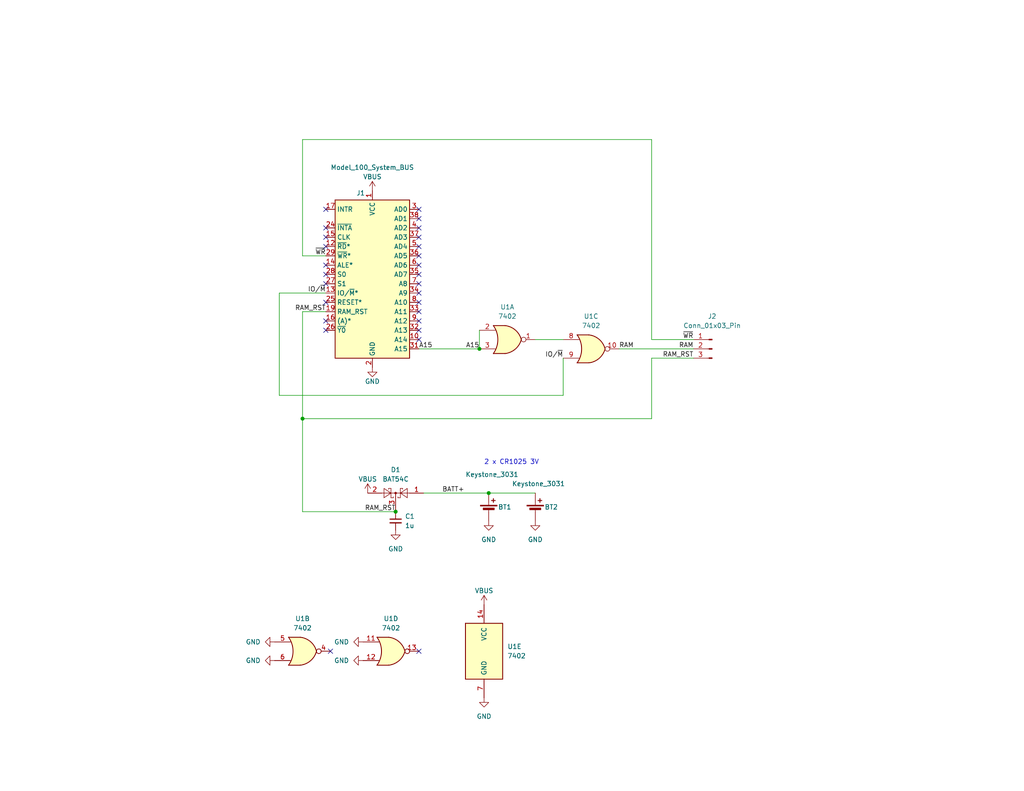
<source format=kicad_sch>
(kicad_sch (version 20230121) (generator eeschema)
  (paper "USLetter")
  (title_block (title "REXCPM UPS") (date "2023-09-01") (rev "001") (company "Brian K. White - b.kenyon.w@gmail.com") (comment 1 "Replacement REXCPM system bus interface with memory battery"))
  (lib_symbols
    (symbol "000_LOCAL:7402" (pin_names (offset 1.016))
      (property "Reference" "U" (at 0 1.27 0))
      (property "Value" "7402" (at 0 -1.27 0))
      (symbol "7402_1_1"
        (arc (start -3.81 -3.81) (mid -2.589 0) (end -3.81 3.81) (stroke (width 0.254)))
        (arc (start -0.6096 -3.81) (mid 2.1842 -2.5851) (end 3.81 0) (stroke (width 0.254)) (fill (type background)))
        (polyline (pts (xy -3.81 -3.81) (xy -0.635 -3.81)) (stroke (width 0.254)) (fill (type background)))
        (polyline (pts (xy -3.81 3.81) (xy -0.635 3.81)) (stroke (width 0.254)) (fill (type background)))
        (polyline (pts (xy -0.635 3.81) (xy -3.81 3.81) (xy -3.81 3.81) (xy -3.556 3.4036) (xy -3.0226 2.2606) (xy -2.6924 1.0414) (xy -2.6162 -0.254) (xy -2.7686 -1.4986) (xy -3.175 -2.7178) (xy -3.81 -3.81) (xy -3.81 -3.81) (xy -0.635 -3.81)) (stroke (width -25.4)) (fill (type background)))
        (arc (start 3.81 0) (mid 2.1915 2.5936) (end -0.6096 3.81) (stroke (width 0.254)) (fill (type background)))
        (pin output inverted (at 7.62 0 180) (length 3.81) (name "~") (number "1"))
        (pin input line (at -7.62 2.54 0) (length 4.318) (name "~") (number "2"))
        (pin input line (at -7.62 -2.54 0) (length 4.318) (name "~") (number "3"))
      )
      (symbol "7402_1_2"
        (arc (start 0 -3.81) (mid 3.7934 0) (end 0 3.81) (stroke (width 0.254)) (fill (type background)))
        (polyline (pts (xy 0 3.81) (xy -3.81 3.81) (xy -3.81 -3.81) (xy 0 -3.81)) (stroke (width 0.254)) (fill (type background)))
        (pin output line (at 7.62 0 180) (length 3.81) (name "~") (number "1"))
        (pin input inverted (at -7.62 2.54 0) (length 3.81) (name "~") (number "2"))
        (pin input inverted (at -7.62 -2.54 0) (length 3.81) (name "~") (number "3"))
      )
      (symbol "7402_2_1"
        (arc (start -3.81 -3.81) (mid -2.589 0) (end -3.81 3.81) (stroke (width 0.254)))
        (arc (start -0.6096 -3.81) (mid 2.1842 -2.5851) (end 3.81 0) (stroke (width 0.254)) (fill (type background)))
        (polyline (pts (xy -3.81 -3.81) (xy -0.635 -3.81)) (stroke (width 0.254)) (fill (type background)))
        (polyline (pts (xy -3.81 3.81) (xy -0.635 3.81)) (stroke (width 0.254)) (fill (type background)))
        (polyline (pts (xy -0.635 3.81) (xy -3.81 3.81) (xy -3.81 3.81) (xy -3.556 3.4036) (xy -3.0226 2.2606) (xy -2.6924 1.0414) (xy -2.6162 -0.254) (xy -2.7686 -1.4986) (xy -3.175 -2.7178) (xy -3.81 -3.81) (xy -3.81 -3.81) (xy -0.635 -3.81)) (stroke (width -25.4)) (fill (type background)))
        (arc (start 3.81 0) (mid 2.1915 2.5936) (end -0.6096 3.81) (stroke (width 0.254)) (fill (type background)))
        (pin output inverted (at 7.62 0 180) (length 3.81) (name "~") (number "4"))
        (pin input line (at -7.62 2.54 0) (length 4.318) (name "~") (number "5"))
        (pin input line (at -7.62 -2.54 0) (length 4.318) (name "~") (number "6"))
      )
      (symbol "7402_2_2"
        (arc (start 0 -3.81) (mid 3.7934 0) (end 0 3.81) (stroke (width 0.254)) (fill (type background)))
        (polyline (pts (xy 0 3.81) (xy -3.81 3.81) (xy -3.81 -3.81) (xy 0 -3.81)) (stroke (width 0.254)) (fill (type background)))
        (pin output line (at 7.62 0 180) (length 3.81) (name "~") (number "4"))
        (pin input inverted (at -7.62 2.54 0) (length 3.81) (name "~") (number "5"))
        (pin input inverted (at -7.62 -2.54 0) (length 3.81) (name "~") (number "6"))
      )
      (symbol "7402_3_1"
        (arc (start -3.81 -3.81) (mid -2.589 0) (end -3.81 3.81) (stroke (width 0.254)))
        (arc (start -0.6096 -3.81) (mid 2.1842 -2.5851) (end 3.81 0) (stroke (width 0.254)) (fill (type background)))
        (polyline (pts (xy -3.81 -3.81) (xy -0.635 -3.81)) (stroke (width 0.254)) (fill (type background)))
        (polyline (pts (xy -3.81 3.81) (xy -0.635 3.81)) (stroke (width 0.254)) (fill (type background)))
        (polyline (pts (xy -0.635 3.81) (xy -3.81 3.81) (xy -3.81 3.81) (xy -3.556 3.4036) (xy -3.0226 2.2606) (xy -2.6924 1.0414) (xy -2.6162 -0.254) (xy -2.7686 -1.4986) (xy -3.175 -2.7178) (xy -3.81 -3.81) (xy -3.81 -3.81) (xy -0.635 -3.81)) (stroke (width -25.4)) (fill (type background)))
        (arc (start 3.81 0) (mid 2.1915 2.5936) (end -0.6096 3.81) (stroke (width 0.254)) (fill (type background)))
        (pin output inverted (at 7.62 0 180) (length 3.81) (name "~") (number "10"))
        (pin input line (at -7.62 2.54 0) (length 4.318) (name "~") (number "8"))
        (pin input line (at -7.62 -2.54 0) (length 4.318) (name "~") (number "9"))
      )
      (symbol "7402_3_2"
        (arc (start 0 -3.81) (mid 3.7934 0) (end 0 3.81) (stroke (width 0.254)) (fill (type background)))
        (polyline (pts (xy 0 3.81) (xy -3.81 3.81) (xy -3.81 -3.81) (xy 0 -3.81)) (stroke (width 0.254)) (fill (type background)))
        (pin output line (at 7.62 0 180) (length 3.81) (name "~") (number "10"))
        (pin input inverted (at -7.62 2.54 0) (length 3.81) (name "~") (number "8"))
        (pin input inverted (at -7.62 -2.54 0) (length 3.81) (name "~") (number "9"))
      )
      (symbol "7402_4_1"
        (arc (start -3.81 -3.81) (mid -2.589 0) (end -3.81 3.81) (stroke (width 0.254)))
        (arc (start -0.6096 -3.81) (mid 2.1842 -2.5851) (end 3.81 0) (stroke (width 0.254)) (fill (type background)))
        (polyline (pts (xy -3.81 -3.81) (xy -0.635 -3.81)) (stroke (width 0.254)) (fill (type background)))
        (polyline (pts (xy -3.81 3.81) (xy -0.635 3.81)) (stroke (width 0.254)) (fill (type background)))
        (polyline (pts (xy -0.635 3.81) (xy -3.81 3.81) (xy -3.81 3.81) (xy -3.556 3.4036) (xy -3.0226 2.2606) (xy -2.6924 1.0414) (xy -2.6162 -0.254) (xy -2.7686 -1.4986) (xy -3.175 -2.7178) (xy -3.81 -3.81) (xy -3.81 -3.81) (xy -0.635 -3.81)) (stroke (width -25.4)) (fill (type background)))
        (arc (start 3.81 0) (mid 2.1915 2.5936) (end -0.6096 3.81) (stroke (width 0.254)) (fill (type background)))
        (pin input line (at -7.62 2.54 0) (length 4.318) (name "~") (number "11"))
        (pin input line (at -7.62 -2.54 0) (length 4.318) (name "~") (number "12"))
        (pin output inverted (at 7.62 0 180) (length 3.81) (name "~") (number "13"))
      )
      (symbol "7402_4_2"
        (arc (start 0 -3.81) (mid 3.7934 0) (end 0 3.81) (stroke (width 0.254)) (fill (type background)))
        (polyline (pts (xy 0 3.81) (xy -3.81 3.81) (xy -3.81 -3.81) (xy 0 -3.81)) (stroke (width 0.254)) (fill (type background)))
        (pin input inverted (at -7.62 2.54 0) (length 3.81) (name "~") (number "11"))
        (pin input inverted (at -7.62 -2.54 0) (length 3.81) (name "~") (number "12"))
        (pin output line (at 7.62 0 180) (length 3.81) (name "~") (number "13"))
      )
      (symbol "7402_5_0"
        (pin power_in line (at 0 12.7 270) (length 5.08) (name "VCC") (number "14"))
        (pin power_in line (at 0 -12.7 90) (length 5.08) (name "GND") (number "7"))
      )
      (symbol "7402_5_1"
        (rectangle (start -5.08 7.62) (end 5.08 -7.62) (stroke (width 0.254)) (fill (type background)))
      )
    )
    (symbol "000_LOCAL:BAT54C" (pin_names (offset 1.016))
      (property "Reference" "D" (at 0.635 -3.81 0))
      (property "Value" "BAT54C" (at -6.35 3.175 0))
      (symbol "BAT54C_0_1"
        (polyline (pts (xy -1.905 0) (xy 1.905 0)))
        (polyline (pts (xy -1.905 1.27) (xy -1.905 1.016)))
        (polyline (pts (xy -1.27 -1.27) (xy -0.635 -1.27)))
        (polyline (pts (xy -1.27 0) (xy -3.81 0)))
        (polyline (pts (xy -1.27 1.27) (xy -1.905 1.27)))
        (polyline (pts (xy -1.27 1.27) (xy -1.27 -1.27)))
        (polyline (pts (xy -0.635 -1.27) (xy -0.635 -1.016)))
        (polyline (pts (xy 0.635 -1.27) (xy 0.635 -1.016)))
        (polyline (pts (xy 1.27 -1.27) (xy 0.635 -1.27)))
        (polyline (pts (xy 1.27 1.27) (xy 1.27 -1.27)))
        (polyline (pts (xy 1.27 1.27) (xy 1.905 1.27)))
        (polyline (pts (xy 1.905 1.27) (xy 1.905 1.016)))
        (polyline (pts (xy 3.81 0) (xy 1.27 0)))
        (polyline (pts (xy -3.175 -1.27) (xy -3.175 1.27) (xy -1.27 0) (xy -3.175 -1.27)))
        (polyline (pts (xy 3.175 -1.27) (xy 3.175 1.27) (xy 1.27 0) (xy 3.175 -1.27)))
        (circle (center 0 0) (radius 0.254) (fill (type outline)))
      )
      (symbol "BAT54C_1_1"
        (pin passive line (at -7.62 0 0) (length 3.81) (name "~") (number "1"))
        (pin passive line (at 7.62 0 180) (length 3.81) (name "~") (number "2"))
        (pin passive line (at 0 -5.08 90) (length 5.08) (name "~") (number "3"))
      )
    )
    (symbol "000_LOCAL:Battery_Cell" (pin_numbers hide) (pin_names (offset 0) hide)
      (property "Reference" "BT" (at 2.54 2.54 0))
      (property "Value" "Battery_Cell" (at 2.54 0 0))
      (symbol "Battery_Cell_0_1"
        (rectangle (start -2.286 1.778) (end 2.286 1.524) (fill (type outline)))
        (rectangle (start -1.524 1.016) (end 1.524 0.508) (fill (type outline)))
        (polyline (pts (xy 0 0.762) (xy 0 0)))
        (polyline (pts (xy 0 1.778) (xy 0 2.54)))
        (polyline (pts (xy 0.762 3.048) (xy 1.778 3.048)) (stroke (width 0.254)))
        (polyline (pts (xy 1.27 3.556) (xy 1.27 2.54)) (stroke (width 0.254)))
      )
      (symbol "Battery_Cell_1_1"
        (pin passive line (at 0 5.08 270) (length 2.54) (name "+") (number "1"))
        (pin passive line (at 0 -2.54 90) (length 2.54) (name "-") (number "2"))
      )
    )
    (symbol "000_LOCAL:C" (pin_numbers hide) (pin_names (offset 0.254) hide)
      (property "Reference" "C" (at 0.254 1.778 0))
      (property "Value" "C" (at 0.254 -2.032 0))
      (symbol "C_0_1"
        (polyline (pts (xy -1.524 -0.508) (xy 1.524 -0.508)) (stroke (width 0.3302)))
        (polyline (pts (xy -1.524 0.508) (xy 1.524 0.508)) (stroke (width 0.3048)))
      )
      (symbol "C_1_1"
        (pin passive line (at 0 2.54 270) (length 2.032) (name "~") (number "1"))
        (pin passive line (at 0 -2.54 90) (length 2.032) (name "~") (number "2"))
      )
    )
    (symbol "000_LOCAL:Conn_01x03_Pin" (pin_names (offset 1.016) hide)
      (property "Reference" "J" (at 0 5.08 0))
      (property "Value" "Conn_01x03_Pin" (at 0 -5.08 0))
      (symbol "Conn_01x03_Pin_1_1"
        (polyline (pts (xy 1.27 -2.54) (xy 0.8636 -2.54)) (stroke (width 0.1524)))
        (polyline (pts (xy 1.27 0) (xy 0.8636 0)) (stroke (width 0.1524)))
        (polyline (pts (xy 1.27 2.54) (xy 0.8636 2.54)) (stroke (width 0.1524)))
        (rectangle (start 0.8636 -2.413) (end 0 -2.667) (stroke (width 0.1524)) (fill (type outline)))
        (rectangle (start 0.8636 0.127) (end 0 -0.127) (stroke (width 0.1524)) (fill (type outline)))
        (rectangle (start 0.8636 2.667) (end 0 2.413) (stroke (width 0.1524)) (fill (type outline)))
        (pin passive line (at 5.08 2.54 180) (length 3.81) (name "Pin_1") (number "1"))
        (pin passive line (at 5.08 0 180) (length 3.81) (name "Pin_2") (number "2"))
        (pin passive line (at 5.08 -2.54 180) (length 3.81) (name "Pin_3") (number "3"))
      )
    )
    (symbol "000_LOCAL:Model_100_System_BUS"
      (property "Reference" "J" (at -7.62 22.86 0))
      (property "Value" "Model_100_System_BUS" (at 15.621 27.305 0))
      (symbol "Model_100_System_BUS_0_1"
        (rectangle (start -10.16 21.59) (end 10.16 -21.59) (stroke (width 0.254)) (fill (type background)))
      )
      (symbol "Model_100_System_BUS_1_1"
        (pin power_out line (at 0 24.13 270) (length 2.54) (name "VCC") (number "1"))
        (pin output line (at 12.7 -16.51 180) (length 2.54) (name "A14") (number "10"))
        (pin passive line (at 0 -24.13 90) (length 2.54) hide (name "GND") (number "11"))
        (pin output line (at -12.7 8.89 0) (length 2.54) (name "~{RD}*") (number "12"))
        (pin output line (at -12.7 -3.81 0) (length 2.54) (name "IO/~{M}*") (number "13"))
        (pin output line (at -12.7 3.81 0) (length 2.54) (name "ALE*") (number "14"))
        (pin output line (at -12.7 11.43 0) (length 2.54) (name "CLK") (number "15"))
        (pin output line (at -12.7 -11.43 0) (length 2.54) (name "(A)*") (number "16"))
        (pin input line (at -12.7 19.05 0) (length 2.54) (name "INTR") (number "17"))
        (pin passive line (at 0 -24.13 90) (length 2.54) hide (name "GND") (number "18"))
        (pin output line (at -12.7 -8.89 0) (length 2.54) (name "RAM_RST") (number "19"))
        (pin power_out line (at 0 -24.13 90) (length 2.54) (name "GND") (number "2"))
        (pin no_connect line (at -10.16 -17.78 0) (length 2.54) hide (name "NC") (number "20"))
        (pin no_connect line (at -10.16 -19.05 0) (length 2.54) hide (name "NC") (number "21"))
        (pin no_connect line (at -10.16 -20.32 0) (length 2.54) hide (name "NC") (number "22"))
        (pin passive line (at 0 -24.13 90) (length 2.54) hide (name "GND") (number "23"))
        (pin output line (at -12.7 13.97 0) (length 2.54) (name "~{INTA}") (number "24"))
        (pin output line (at -12.7 -6.35 0) (length 2.54) (name "RESET*") (number "25"))
        (pin output line (at -12.7 -13.97 0) (length 2.54) (name "~{Y0}") (number "26"))
        (pin output line (at -12.7 -1.27 0) (length 2.54) (name "S1") (number "27"))
        (pin output line (at -12.7 1.27 0) (length 2.54) (name "S0") (number "28"))
        (pin output line (at -12.7 6.35 0) (length 2.54) (name "~{WR}*") (number "29"))
        (pin bidirectional line (at 12.7 19.05 180) (length 2.54) (name "AD0") (number "3"))
        (pin passive line (at 0 -24.13 90) (length 2.54) hide (name "GND") (number "30"))
        (pin output line (at 12.7 -19.05 180) (length 2.54) (name "A15") (number "31"))
        (pin output line (at 12.7 -13.97 180) (length 2.54) (name "A13") (number "32"))
        (pin output line (at 12.7 -8.89 180) (length 2.54) (name "A11") (number "33"))
        (pin output line (at 12.7 -3.81 180) (length 2.54) (name "A9") (number "34"))
        (pin bidirectional line (at 12.7 1.27 180) (length 2.54) (name "AD7") (number "35"))
        (pin bidirectional line (at 12.7 6.35 180) (length 2.54) (name "AD5") (number "36"))
        (pin bidirectional line (at 12.7 11.43 180) (length 2.54) (name "AD3") (number "37"))
        (pin bidirectional line (at 12.7 16.51 180) (length 2.54) (name "AD1") (number "38"))
        (pin passive line (at 0 -24.13 90) (length 2.54) hide (name "GND") (number "39"))
        (pin bidirectional line (at 12.7 13.97 180) (length 2.54) (name "AD2") (number "4"))
        (pin passive line (at 0 24.13 270) (length 2.54) hide (name "VCC") (number "40"))
        (pin bidirectional line (at 12.7 8.89 180) (length 2.54) (name "AD4") (number "5"))
        (pin bidirectional line (at 12.7 3.81 180) (length 2.54) (name "AD6") (number "6"))
        (pin output line (at 12.7 -1.27 180) (length 2.54) (name "A8") (number "7"))
        (pin output line (at 12.7 -6.35 180) (length 2.54) (name "A10") (number "8"))
        (pin output line (at 12.7 -11.43 180) (length 2.54) (name "A12") (number "9"))
      )
    )
    (symbol "GND_1" (power) (pin_names (offset 0))
      (property "Value" "GND_1" (at 0 -3.81 0))
      (symbol "GND_1_0_1"
        (polyline (pts (xy 0 0) (xy 0 -1.27) (xy 1.27 -1.27) (xy 0 -2.54) (xy -1.27 -1.27) (xy 0 -1.27)))
      )
      (symbol "GND_1_1_1"
        (pin power_in line (at 0 0 270) (length 0) hide (name "GND") (number "1"))
      )
    )
    (symbol "GND_2" (power) (pin_names (offset 0))
      (property "Value" "GND_2" (at 0 -3.81 0))
      (symbol "GND_2_0_1"
        (polyline (pts (xy 0 0) (xy 0 -1.27) (xy 1.27 -1.27) (xy 0 -2.54) (xy -1.27 -1.27) (xy 0 -1.27)))
      )
      (symbol "GND_2_1_1"
        (pin power_in line (at 0 0 270) (length 0) hide (name "GND") (number "1"))
      )
    )
    (symbol "power:GND" (power) (pin_names (offset 0))
      (property "Value" "GND" (at 0 -3.81 0))
      (symbol "GND_0_1"
        (polyline (pts (xy 0 0) (xy 0 -1.27) (xy 1.27 -1.27) (xy 0 -2.54) (xy -1.27 -1.27) (xy 0 -1.27)))
      )
      (symbol "GND_1_1"
        (pin power_in line (at 0 0 270) (length 0) hide (name "GND") (number "1"))
      )
    )
    (symbol "power:VBUS" (power) (pin_names (offset 0))
      (property "Value" "VBUS" (at 0 3.81 0))
      (symbol "VBUS_0_1"
        (polyline (pts (xy -0.762 1.27) (xy 0 2.54)))
        (polyline (pts (xy 0 0) (xy 0 2.54)))
        (polyline (pts (xy 0 2.54) (xy 0.762 1.27)))
      )
      (symbol "VBUS_1_1"
        (pin power_in line (at 0 0 90) (length 0) hide (name "VBUS") (number "1"))
      )
    )
  )
  (junction (at 133.35 134.62))
  (junction (at 107.95 139.7))
  (junction (at 130.81 95.25))
  (junction (at 82.55 114.3))
  (no_connect (at 114.3 90.17))
  (no_connect (at 114.3 57.15))
  (no_connect (at 88.9 90.17))
  (no_connect (at 88.9 57.15))
  (no_connect (at 88.9 64.77))
  (no_connect (at 88.9 74.93))
  (no_connect (at 114.3 80.01))
  (no_connect (at 88.9 82.55))
  (no_connect (at 88.9 72.39))
  (no_connect (at 88.9 87.63))
  (no_connect (at 114.3 69.85))
  (no_connect (at 114.3 64.77))
  (no_connect (at 114.3 92.71))
  (no_connect (at 88.9 77.47))
  (no_connect (at 114.3 74.93))
  (no_connect (at 114.3 177.8))
  (no_connect (at 114.3 85.09))
  (no_connect (at 114.3 77.47))
  (no_connect (at 114.3 62.23))
  (no_connect (at 90.17 177.8))
  (no_connect (at 88.9 62.23))
  (no_connect (at 88.9 67.31))
  (no_connect (at 114.3 87.63))
  (no_connect (at 114.3 67.31))
  (no_connect (at 114.3 59.69))
  (no_connect (at 114.3 72.39))
  (no_connect (at 114.3 82.55))
  (wire (pts (xy 88.9 85.09) (xy 82.55 85.09)))
  (wire (pts (xy 168.91 95.25) (xy 189.23 95.25)))
  (wire (pts (xy 82.55 139.7) (xy 107.95 139.7)))
  (wire (pts (xy 76.2 107.95) (xy 153.67 107.95)))
  (wire (pts (xy 82.55 114.3) (xy 177.8 114.3)))
  (wire (pts (xy 177.8 114.3) (xy 177.8 97.79)))
  (wire (pts (xy 115.57 134.62) (xy 133.35 134.62)))
  (wire (pts (xy 82.55 69.85) (xy 82.55 38.1)))
  (wire (pts (xy 82.55 85.09) (xy 82.55 114.3)))
  (wire (pts (xy 82.55 114.3) (xy 82.55 139.7)))
  (wire (pts (xy 153.67 97.79) (xy 153.67 107.95)))
  (wire (pts (xy 82.55 38.1) (xy 177.8 38.1)))
  (wire (pts (xy 146.05 92.71) (xy 153.67 92.71)))
  (wire (pts (xy 76.2 80.01) (xy 76.2 107.95)))
  (wire (pts (xy 130.81 90.17) (xy 130.81 95.25)))
  (wire (pts (xy 88.9 69.85) (xy 82.55 69.85)))
  (wire (pts (xy 177.8 38.1) (xy 177.8 92.71)))
  (wire (pts (xy 88.9 80.01) (xy 76.2 80.01)))
  (wire (pts (xy 177.8 97.79) (xy 189.23 97.79)))
  (wire (pts (xy 114.3 95.25) (xy 130.81 95.25)))
  (wire (pts (xy 133.35 134.62) (xy 146.05 134.62)))
  (wire (pts (xy 177.8 92.71) (xy 189.23 92.71)))
  (text "2 x CR1025 3V" (at 132.08 127 0) (effects (font (size 1.27 1.27)) (justify left bottom)))
  (label "IO{slash}~{M}" (at 153.67 97.79 180))
  (label "IO{slash}~{M}" (at 88.9 80.01 180))
  (label "RAM_RST" (at 88.9 85.09 180))
  (label "A15" (at 114.3 95.25 0))
  (label "BATT+" (at 120.65 134.62 0))
  (label "RAM_RST" (at 189.23 97.79 180))
  (label "~{WR}" (at 88.9 69.85 180))
  (label "~{WR}" (at 189.23 92.71 180))
  (label "RAM_RST" (at 107.95 139.7 180))
  (label "RAM" (at 168.91 95.25 0))
  (label "RAM" (at 189.23 95.25 180))
  (label "A15" (at 130.81 95.25 180))
  (symbol (lib_id "000_LOCAL:Model_100_System_BUS") (at 101.6 76.2 0) (unit 1)
    (property "Reference" "J1" (at 98.425 52.705 0))
    (property "Value" "Model_100_System_BUS" (at 101.6 45.72 0))
    (property "Footprint" "000_LOCAL:DIP-40_pins" (effects hide))
    (property "Datasheet" "http://datasheets.chipdb.org/Intel/MCS-80/intel-8080.pdf" (effects hide))
  )
  (symbol (lib_id "power:GND") (at 101.6 100.33 0) (unit 1)
    (property "Reference" "#PWR0101" (effects hide))
    (property "Value" "GND" (at 101.6 104.14 0))
  )
  (symbol (lib_id "power:VBUS") (at 100.33 134.62 0) (unit 1)
    (property "Reference" "#PWR08" (effects hide))
    (property "Value" "VBUS" (at 100.33 130.81 0))
  )
  (symbol (lib_id "power:VBUS") (at 132.08 165.1 0) (unit 1)
    (property "Reference" "#PWR07" (effects hide))
    (property "Value" "VBUS" (at 132.08 161.29 0))
  )
  (symbol (lib_id "000_LOCAL:Battery_Cell") (at 146.05 139.7 0) (unit 1)
    (property "Reference" "BT2" (at 148.59 138.43 0) (effects (justify left)))
    (property "Value" "Keystone_3031" (at 139.7 132.08 0) (effects (justify left)))
    (property "Footprint" "000_LOCAL:Keystone_3031" (effects hide))
    (property "Datasheet" "datasheets/Keystone_3031.pdf" (effects hide))
  )
  (symbol (lib_name "GND_2") (lib_id "power:GND") (at 74.93 175.26 270) (unit 1)
    (property "Reference" "#PWR03" (effects hide))
    (property "Value" "GND" (at 71.12 175.26 90) (effects (justify right)))
  )
  (symbol (lib_id "power:VBUS") (at 101.6 52.07 0) (unit 1)
    (property "Reference" "#PWR06" (effects hide))
    (property "Value" "VBUS" (at 101.6 48.26 0))
  )
  (symbol (lib_name "GND_2") (lib_id "power:GND") (at 74.93 180.34 270) (unit 1)
    (property "Reference" "#PWR02" (effects hide))
    (property "Value" "GND" (at 71.12 180.34 90) (effects (justify right)))
  )
  (symbol (lib_id "000_LOCAL:7402") (at 106.68 177.8 0) (unit 4)
    (property "Reference" "U1" (at 106.68 168.91 0))
    (property "Value" "7402" (at 106.68 171.45 0))
    (property "Footprint" "000_LOCAL:TSSOP-14_4.4x5mm_P0.65mm" (effects hide))
    (property "Datasheet" "datasheets/74HC02.pdf" (effects hide))
  )
  (symbol (lib_id "000_LOCAL:7402") (at 132.08 177.8 0) (unit 5)
    (property "Reference" "U1" (at 138.43 176.53 0) (effects (justify left)))
    (property "Value" "7402" (at 138.43 179.07 0) (effects (justify left)))
    (property "Footprint" "000_LOCAL:TSSOP-14_4.4x5mm_P0.65mm" (effects hide))
    (property "Datasheet" "datasheets/74HC02.pdf" (effects hide))
  )
  (symbol (lib_name "GND_2") (lib_id "power:GND") (at 99.06 175.26 270) (unit 1)
    (property "Reference" "#PWR04" (effects hide))
    (property "Value" "GND" (at 95.25 175.26 90) (effects (justify right)))
  )
  (symbol (lib_id "000_LOCAL:7402") (at 138.43 92.71 0) (unit 1)
    (property "Reference" "U1" (at 138.43 83.82 0))
    (property "Value" "7402" (at 138.43 86.36 0))
    (property "Footprint" "000_LOCAL:TSSOP-14_4.4x5mm_P0.65mm" (effects hide))
    (property "Datasheet" "datasheets/74HC02.pdf" (effects hide))
  )
  (symbol (lib_id "000_LOCAL:Conn_01x03_Pin") (at 194.31 95.25 0) (mirror y) (unit 1)
    (property "Reference" "J2" (at 194.31 86.36 0))
    (property "Value" "Conn_01x03_Pin" (at 194.31 88.9 0))
    (property "Footprint" "000_LOCAL:PinHeader_1x03_P2.54mm_Horizontal" (effects hide))
  )
  (symbol (lib_id "000_LOCAL:7402") (at 161.29 95.25 0) (unit 3)
    (property "Reference" "U1" (at 161.29 86.36 0))
    (property "Value" "7402" (at 161.29 88.9 0))
    (property "Footprint" "000_LOCAL:TSSOP-14_4.4x5mm_P0.65mm" (effects hide))
    (property "Datasheet" "datasheets/74HC02.pdf" (effects hide))
  )
  (symbol (lib_id "000_LOCAL:BAT54C") (at 107.95 134.62 0) (mirror y) (unit 1)
    (property "Reference" "D1" (at 107.95 128.27 0))
    (property "Value" "BAT54C" (at 107.95 130.81 0))
    (property "Footprint" "Package_TO_SOT_SMD:SOT-23" (effects hide))
    (property "Datasheet" "datasheets/bat54c.pdf" (effects hide))
  )
  (symbol (lib_id "000_LOCAL:Battery_Cell") (at 133.35 139.7 0) (unit 1)
    (property "Reference" "BT1" (at 135.89 138.43 0) (effects (justify left)))
    (property "Value" "Keystone_3031" (at 127 129.54 0) (effects (justify left)))
    (property "Footprint" "000_LOCAL:Keystone_3031" (effects hide))
    (property "Datasheet" "datasheets/Keystone_3031.pdf" (effects hide))
  )
  (symbol (lib_id "000_LOCAL:7402") (at 82.55 177.8 0) (unit 2)
    (property "Reference" "U1" (at 82.55 168.91 0))
    (property "Value" "7402" (at 82.55 171.45 0))
    (property "Footprint" "000_LOCAL:TSSOP-14_4.4x5mm_P0.65mm" (effects hide))
    (property "Datasheet" "datasheets/74HC02.pdf" (effects hide))
  )
  (symbol (lib_name "GND_1") (lib_id "power:GND") (at 132.08 190.5 0) (unit 1)
    (property "Reference" "#PWR01" (effects hide))
    (property "Value" "GND" (at 132.08 195.58 0))
  )
  (symbol (lib_id "000_LOCAL:C") (at 107.95 142.24 0) (unit 1)
    (property "Reference" "C1" (at 110.49 140.9763 0) (effects (justify left)))
    (property "Value" "1u" (at 110.49 143.5163 0) (effects (justify left)))
    (property "Footprint" "000_LOCAL:C_0805" (effects hide))
  )
  (symbol (lib_name "GND_1") (lib_id "power:GND") (at 107.95 144.78 0) (unit 1)
    (property "Reference" "#PWR09" (effects hide))
    (property "Value" "GND" (at 107.95 149.86 0))
  )
  (symbol (lib_name "GND_1") (lib_id "power:GND") (at 146.05 142.24 0) (unit 1)
    (property "Reference" "#PWR011" (effects hide))
    (property "Value" "GND" (at 146.05 147.32 0))
  )
  (symbol (lib_name "GND_1") (lib_id "power:GND") (at 133.35 142.24 0) (unit 1)
    (property "Reference" "#PWR010" (effects hide))
    (property "Value" "GND" (at 133.35 147.32 0))
  )
  (symbol (lib_name "GND_2") (lib_id "power:GND") (at 99.06 180.34 270) (unit 1)
    (property "Reference" "#PWR05" (effects hide))
    (property "Value" "GND" (at 95.25 180.34 90) (effects (justify right)))
  )
)
</source>
